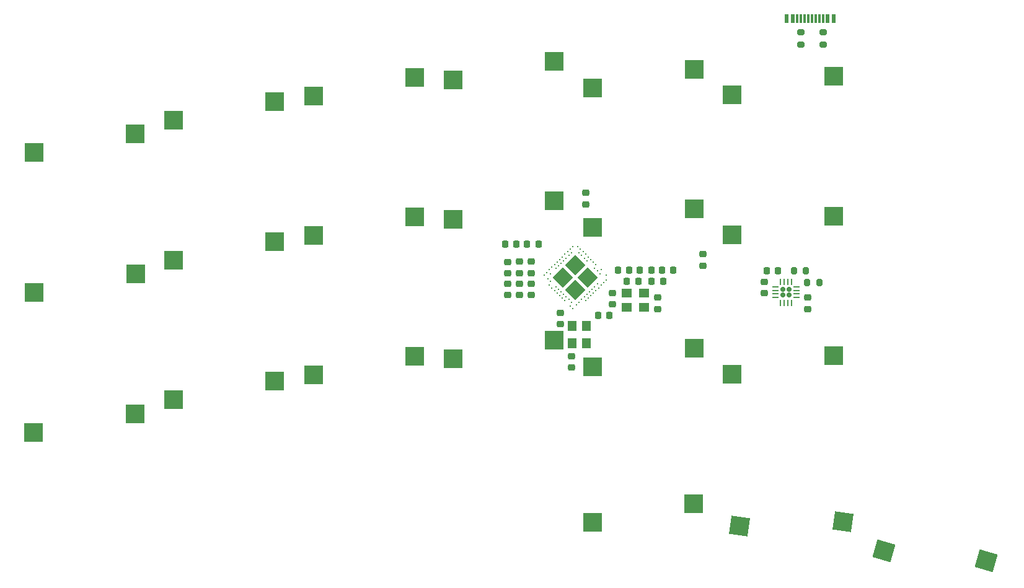
<source format=gbr>
%TF.GenerationSoftware,KiCad,Pcbnew,7.0.6*%
%TF.CreationDate,2023-07-25T14:06:58+01:00*%
%TF.ProjectId,benboard,62656e62-6f61-4726-942e-6b696361645f,rev?*%
%TF.SameCoordinates,Original*%
%TF.FileFunction,Paste,Bot*%
%TF.FilePolarity,Positive*%
%FSLAX46Y46*%
G04 Gerber Fmt 4.6, Leading zero omitted, Abs format (unit mm)*
G04 Created by KiCad (PCBNEW 7.0.6) date 2023-07-25 14:06:58*
%MOMM*%
%LPD*%
G01*
G04 APERTURE LIST*
G04 Aperture macros list*
%AMRoundRect*
0 Rectangle with rounded corners*
0 $1 Rounding radius*
0 $2 $3 $4 $5 $6 $7 $8 $9 X,Y pos of 4 corners*
0 Add a 4 corners polygon primitive as box body*
4,1,4,$2,$3,$4,$5,$6,$7,$8,$9,$2,$3,0*
0 Add four circle primitives for the rounded corners*
1,1,$1+$1,$2,$3*
1,1,$1+$1,$4,$5*
1,1,$1+$1,$6,$7*
1,1,$1+$1,$8,$9*
0 Add four rect primitives between the rounded corners*
20,1,$1+$1,$2,$3,$4,$5,0*
20,1,$1+$1,$4,$5,$6,$7,0*
20,1,$1+$1,$6,$7,$8,$9,0*
20,1,$1+$1,$8,$9,$2,$3,0*%
%AMRotRect*
0 Rectangle, with rotation*
0 The origin of the aperture is its center*
0 $1 length*
0 $2 width*
0 $3 Rotation angle, in degrees counterclockwise*
0 Add horizontal line*
21,1,$1,$2,0,0,$3*%
G04 Aperture macros list end*
%ADD10R,2.550000X2.500000*%
%ADD11RotRect,2.550000X2.500000X164.000000*%
%ADD12RotRect,2.550000X2.500000X172.000000*%
%ADD13RoundRect,0.225000X0.250000X-0.225000X0.250000X0.225000X-0.250000X0.225000X-0.250000X-0.225000X0*%
%ADD14RoundRect,0.225000X-0.250000X0.225000X-0.250000X-0.225000X0.250000X-0.225000X0.250000X0.225000X0*%
%ADD15RoundRect,0.225000X0.225000X0.250000X-0.225000X0.250000X-0.225000X-0.250000X0.225000X-0.250000X0*%
%ADD16R,0.600000X1.240000*%
%ADD17R,0.300000X1.240000*%
%ADD18RoundRect,0.200000X-0.200000X-0.275000X0.200000X-0.275000X0.200000X0.275000X-0.200000X0.275000X0*%
%ADD19R,1.200000X1.400000*%
%ADD20R,1.400000X1.200000*%
%ADD21RoundRect,0.200000X0.200000X0.275000X-0.200000X0.275000X-0.200000X-0.275000X0.200000X-0.275000X0*%
%ADD22RoundRect,0.218750X0.218750X0.256250X-0.218750X0.256250X-0.218750X-0.256250X0.218750X-0.256250X0*%
%ADD23RoundRect,0.225000X-0.225000X-0.250000X0.225000X-0.250000X0.225000X0.250000X-0.225000X0.250000X0*%
%ADD24RoundRect,0.200000X-0.275000X0.200000X-0.275000X-0.200000X0.275000X-0.200000X0.275000X0.200000X0*%
%ADD25RoundRect,0.218750X-0.256250X0.218750X-0.256250X-0.218750X0.256250X-0.218750X0.256250X0.218750X0*%
%ADD26RotRect,2.000000X2.000000X225.000000*%
%ADD27C,0.250000*%
%ADD28RoundRect,0.160000X0.160000X0.160000X-0.160000X0.160000X-0.160000X-0.160000X0.160000X-0.160000X0*%
%ADD29RoundRect,0.062500X0.375000X0.062500X-0.375000X0.062500X-0.375000X-0.062500X0.375000X-0.062500X0*%
%ADD30RoundRect,0.062500X0.062500X0.375000X-0.062500X0.375000X-0.062500X-0.375000X0.062500X-0.375000X0*%
G04 APERTURE END LIST*
D10*
%TO.C,SW16*%
X161831483Y-60044220D03*
X175681483Y-57504220D03*
%TD*%
%TO.C,SW6*%
X85510000Y-101680000D03*
X99360000Y-99140000D03*
%TD*%
%TO.C,SW8*%
X104628494Y-79264805D03*
X118478494Y-76724805D03*
%TD*%
%TO.C,SW5*%
X85509895Y-82621207D03*
X99359895Y-80081207D03*
%TD*%
%TO.C,SW18*%
X161826830Y-98194347D03*
X175676830Y-95654347D03*
%TD*%
%TO.C,SW10*%
X123699237Y-57970911D03*
X137549237Y-55430911D03*
%TD*%
%TO.C,SW4*%
X85514653Y-63529873D03*
X99364653Y-60989873D03*
%TD*%
%TO.C,SW14*%
X142767663Y-78180569D03*
X156617663Y-75640569D03*
%TD*%
%TO.C,SW9*%
X104628599Y-98323598D03*
X118478599Y-95783598D03*
%TD*%
%TO.C,SW7*%
X104633252Y-60173471D03*
X118483252Y-57633471D03*
%TD*%
%TO.C,SW11*%
X123700000Y-77062245D03*
X137550000Y-74522245D03*
%TD*%
%TO.C,SW19*%
X142745000Y-118480000D03*
X156595000Y-115940000D03*
%TD*%
%TO.C,SW2*%
X66475000Y-87080000D03*
X80325000Y-84540000D03*
%TD*%
%TO.C,SW15*%
X142767731Y-97231836D03*
X156617731Y-94691836D03*
%TD*%
D11*
%TO.C,SW21*%
X182553425Y-122349449D03*
X196567019Y-123725422D03*
%TD*%
D10*
%TO.C,SW1*%
X66465000Y-67940000D03*
X80315000Y-65400000D03*
%TD*%
D12*
%TO.C,SW20*%
X162864214Y-118955163D03*
X176932927Y-118367430D03*
%TD*%
D10*
%TO.C,SW3*%
X66430000Y-106140000D03*
X80280000Y-103600000D03*
%TD*%
%TO.C,SW12*%
X123694584Y-96121038D03*
X137544584Y-93581038D03*
%TD*%
%TO.C,SW13*%
X142772421Y-59089235D03*
X156622421Y-56549235D03*
%TD*%
%TO.C,SW17*%
X161826725Y-79135554D03*
X175676725Y-76595554D03*
%TD*%
D13*
%TO.C,C19*%
X166246194Y-87146139D03*
X166246194Y-85596139D03*
%TD*%
%TO.C,C10*%
X132800000Y-84375000D03*
X132800000Y-82825000D03*
%TD*%
D14*
%TO.C,C7*%
X145504428Y-87121268D03*
X145504428Y-88671268D03*
%TD*%
D15*
%TO.C,C16*%
X148992412Y-85508809D03*
X147442412Y-85508809D03*
%TD*%
D13*
%TO.C,C22*%
X139886827Y-97301166D03*
X139886827Y-95751166D03*
%TD*%
D15*
%TO.C,C5*%
X135375000Y-80400000D03*
X133825000Y-80400000D03*
%TD*%
D14*
%TO.C,C11*%
X134400000Y-85825000D03*
X134400000Y-87375000D03*
%TD*%
%TO.C,C12*%
X131200000Y-85850000D03*
X131200000Y-87400000D03*
%TD*%
D16*
%TO.C,J1*%
X169280000Y-49590000D03*
X170080000Y-49590000D03*
D17*
X171230000Y-49590000D03*
X172230000Y-49590000D03*
X172730000Y-49590000D03*
X173730000Y-49590000D03*
D16*
X174880000Y-49590000D03*
X175680000Y-49590000D03*
X175680000Y-49590000D03*
X174880000Y-49590000D03*
D17*
X174230000Y-49590000D03*
X173230000Y-49590000D03*
X171730000Y-49590000D03*
X170730000Y-49590000D03*
D16*
X170080000Y-49590000D03*
X169280000Y-49590000D03*
%TD*%
D18*
%TO.C,R4*%
X172081324Y-85657554D03*
X173731324Y-85657554D03*
%TD*%
D19*
%TO.C,Y2*%
X139989279Y-93969402D03*
X139989279Y-91569402D03*
X141889279Y-91569402D03*
X141889279Y-93969402D03*
%TD*%
D20*
%TO.C,Y1*%
X147417412Y-87158809D03*
X149817412Y-87158809D03*
X149817412Y-89058809D03*
X147417412Y-89058809D03*
%TD*%
D13*
%TO.C,C8*%
X141800000Y-74975000D03*
X141800000Y-73425000D03*
%TD*%
D21*
%TO.C,R5*%
X171931324Y-84057554D03*
X170281324Y-84057554D03*
%TD*%
D14*
%TO.C,C20*%
X172152538Y-87749209D03*
X172152538Y-89299209D03*
%TD*%
D22*
%TO.C,L2*%
X150787500Y-84000000D03*
X149212500Y-84000000D03*
%TD*%
D23*
%TO.C,C3*%
X152225000Y-84000000D03*
X153775000Y-84000000D03*
%TD*%
D14*
%TO.C,C13*%
X132800000Y-85850000D03*
X132800000Y-87400000D03*
%TD*%
D15*
%TO.C,C18*%
X168081324Y-84057554D03*
X166531324Y-84057554D03*
%TD*%
D14*
%TO.C,C6*%
X138400000Y-89825000D03*
X138400000Y-91375000D03*
%TD*%
D23*
%TO.C,C4*%
X150842412Y-85508809D03*
X152392412Y-85508809D03*
%TD*%
D24*
%TO.C,R2*%
X174229800Y-51491831D03*
X174229800Y-53141831D03*
%TD*%
D25*
%TO.C,L3*%
X134400000Y-82812500D03*
X134400000Y-84387500D03*
%TD*%
D22*
%TO.C,L1*%
X147787500Y-84000000D03*
X146212500Y-84000000D03*
%TD*%
D14*
%TO.C,C17*%
X151617412Y-87733809D03*
X151617412Y-89283809D03*
%TD*%
D26*
%TO.C,U1*%
X138685266Y-85000000D03*
X140400000Y-86714734D03*
X140400000Y-83285266D03*
X142114734Y-85000000D03*
D27*
X141814214Y-88181981D03*
X142167767Y-87828427D03*
X142521320Y-87474874D03*
X142874874Y-87121320D03*
X143228427Y-86767767D03*
X143581981Y-86414214D03*
X143935534Y-86060660D03*
X144289087Y-85707107D03*
X144642641Y-85353553D03*
X141107107Y-81110913D03*
X136687689Y-85176777D03*
X137041243Y-84469670D03*
X137748350Y-83762563D03*
X138101903Y-83409010D03*
X138455456Y-83055456D03*
X138809010Y-82701903D03*
X139162563Y-82348350D03*
X139516117Y-81994796D03*
X139869670Y-81641243D03*
X140753553Y-80757359D03*
X136157359Y-84646447D03*
X136510913Y-84292893D03*
X136864466Y-83939340D03*
X137218019Y-83585786D03*
X137571573Y-83232233D03*
X137925126Y-82878680D03*
X138278680Y-82525126D03*
X138632233Y-82171573D03*
X138985786Y-81818019D03*
X139339340Y-81464466D03*
X139692893Y-81110913D03*
X140046447Y-80757359D03*
X140046447Y-89242641D03*
X140576777Y-88712311D03*
X140930330Y-88358757D03*
X141283883Y-88005204D03*
X141637437Y-87651650D03*
X141990990Y-87298097D03*
X142344544Y-86944544D03*
X142698097Y-86590990D03*
X143051650Y-86237437D03*
X143405204Y-85883883D03*
X144642641Y-84646447D03*
X139692893Y-88889087D03*
X139869670Y-88358757D03*
X143758757Y-84469670D03*
X143935534Y-83939340D03*
X139516117Y-88005204D03*
X143405204Y-84116117D03*
X138985786Y-88181981D03*
X139162563Y-87651650D03*
X143051650Y-83762563D03*
X138632233Y-87828427D03*
X143228427Y-83232233D03*
X138809010Y-87298097D03*
X138278680Y-87474874D03*
X142874874Y-82878680D03*
X138455456Y-86944544D03*
X137925126Y-87121320D03*
X142521320Y-82525126D03*
X138101903Y-86590990D03*
X141990990Y-82701903D03*
X137571573Y-86767767D03*
X142167767Y-82171573D03*
X137748350Y-86237437D03*
X141637437Y-82348350D03*
X137218019Y-86414214D03*
X141814214Y-81818019D03*
X141283883Y-81994796D03*
X136864466Y-86060660D03*
X141460660Y-81464466D03*
X137041243Y-85530330D03*
X140930330Y-81641243D03*
%TD*%
D13*
%TO.C,C9*%
X131200000Y-84400000D03*
X131200000Y-82850000D03*
%TD*%
D15*
%TO.C,C1*%
X132375000Y-80400000D03*
X130825000Y-80400000D03*
%TD*%
D24*
%TO.C,R1*%
X171229482Y-51482928D03*
X171229482Y-53132928D03*
%TD*%
D15*
%TO.C,C23*%
X145077408Y-90200000D03*
X143527408Y-90200000D03*
%TD*%
D28*
%TO.C,U2*%
X169600000Y-87400000D03*
X169600000Y-86600000D03*
X168800000Y-87400000D03*
X168800000Y-86600000D03*
D29*
X170637500Y-86250000D03*
X170637500Y-86750000D03*
X170637500Y-87250000D03*
X170637500Y-87750000D03*
D30*
X169950000Y-88437500D03*
X169450000Y-88437500D03*
X168950000Y-88437500D03*
X168450000Y-88437500D03*
D29*
X167762500Y-87750000D03*
X167762500Y-87250000D03*
X167762500Y-86750000D03*
X167762500Y-86250000D03*
D30*
X168450000Y-85562500D03*
X168950000Y-85562500D03*
X169450000Y-85562500D03*
X169950000Y-85562500D03*
%TD*%
D14*
%TO.C,C2*%
X157800000Y-81825000D03*
X157800000Y-83375000D03*
%TD*%
M02*

</source>
